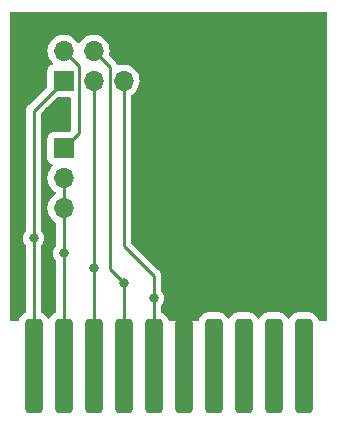
<source format=gtl>
G04 #@! TF.GenerationSoftware,KiCad,Pcbnew,6.0.7-f9a2dced07~116~ubuntu22.04.1*
G04 #@! TF.CreationDate,2022-08-26T07:23:39-05:00*
G04 #@! TF.ProjectId,CricutISPCartridge,43726963-7574-4495-9350-436172747269,rev?*
G04 #@! TF.SameCoordinates,Original*
G04 #@! TF.FileFunction,Copper,L1,Top*
G04 #@! TF.FilePolarity,Positive*
%FSLAX46Y46*%
G04 Gerber Fmt 4.6, Leading zero omitted, Abs format (unit mm)*
G04 Created by KiCad (PCBNEW 6.0.7-f9a2dced07~116~ubuntu22.04.1) date 2022-08-26 07:23:39*
%MOMM*%
%LPD*%
G01*
G04 APERTURE LIST*
G04 Aperture macros list*
%AMRoundRect*
0 Rectangle with rounded corners*
0 $1 Rounding radius*
0 $2 $3 $4 $5 $6 $7 $8 $9 X,Y pos of 4 corners*
0 Add a 4 corners polygon primitive as box body*
4,1,4,$2,$3,$4,$5,$6,$7,$8,$9,$2,$3,0*
0 Add four circle primitives for the rounded corners*
1,1,$1+$1,$2,$3*
1,1,$1+$1,$4,$5*
1,1,$1+$1,$6,$7*
1,1,$1+$1,$8,$9*
0 Add four rect primitives between the rounded corners*
20,1,$1+$1,$2,$3,$4,$5,0*
20,1,$1+$1,$4,$5,$6,$7,0*
20,1,$1+$1,$6,$7,$8,$9,0*
20,1,$1+$1,$8,$9,$2,$3,0*%
G04 Aperture macros list end*
G04 #@! TA.AperFunction,ComponentPad*
%ADD10R,1.700000X1.700000*%
G04 #@! TD*
G04 #@! TA.AperFunction,ComponentPad*
%ADD11O,1.700000X1.700000*%
G04 #@! TD*
G04 #@! TA.AperFunction,ConnectorPad*
%ADD12RoundRect,0.381000X-0.381000X-3.619000X0.381000X-3.619000X0.381000X3.619000X-0.381000X3.619000X0*%
G04 #@! TD*
G04 #@! TA.AperFunction,ViaPad*
%ADD13C,0.800000*%
G04 #@! TD*
G04 #@! TA.AperFunction,Conductor*
%ADD14C,0.250000*%
G04 #@! TD*
G04 APERTURE END LIST*
D10*
X62230000Y-97790000D03*
D11*
X62230000Y-95250000D03*
X64770000Y-97790000D03*
X64770000Y-95250000D03*
X67310000Y-97790000D03*
X67310000Y-95250000D03*
D10*
X62230000Y-103505000D03*
D11*
X62230000Y-106045000D03*
X62230000Y-108585000D03*
D12*
X59690000Y-121920000D03*
X62230000Y-121920000D03*
X64770000Y-121920000D03*
X67310000Y-121920000D03*
X69850000Y-121920000D03*
X72390000Y-121920000D03*
X74930000Y-121920000D03*
X77470000Y-121920000D03*
X80010000Y-121920000D03*
X82550000Y-121920000D03*
D13*
X59690000Y-111125000D03*
X62230000Y-112395000D03*
X64770000Y-113665000D03*
X67310000Y-114935000D03*
X69850000Y-116205000D03*
X83820000Y-116205000D03*
X83820000Y-92710000D03*
X58420000Y-116205000D03*
X60960000Y-100330000D03*
X58420000Y-92710000D03*
D14*
X62230000Y-97790000D02*
X59690000Y-100330000D01*
X59690000Y-100330000D02*
X59690000Y-111125000D01*
X59690000Y-121920000D02*
X59690000Y-111125000D01*
X62230000Y-112395000D02*
X62230000Y-108585000D01*
X62230000Y-121920000D02*
X62230000Y-112395000D01*
X62230000Y-108585000D02*
X62230000Y-106045000D01*
X64770000Y-121920000D02*
X64770000Y-113665000D01*
X64770000Y-113665000D02*
X64770000Y-97790000D01*
X66135000Y-113760000D02*
X66135000Y-96615000D01*
X67310000Y-121920000D02*
X67310000Y-114935000D01*
X66135000Y-96615000D02*
X64770000Y-95250000D01*
X67310000Y-114935000D02*
X66135000Y-113760000D01*
X69850000Y-121920000D02*
X69850000Y-116205000D01*
X67310000Y-111760000D02*
X67310000Y-97790000D01*
X69850000Y-114300000D02*
X67310000Y-111760000D01*
X69850000Y-116205000D02*
X69850000Y-114300000D01*
X62230000Y-95250000D02*
X63500000Y-96520000D01*
X63500000Y-102235000D02*
X62230000Y-103505000D01*
X63500000Y-96520000D02*
X63500000Y-102235000D01*
G04 #@! TA.AperFunction,Conductor*
G36*
X84523621Y-91968502D02*
G01*
X84570114Y-92022158D01*
X84581500Y-92074500D01*
X84581500Y-117984000D01*
X84561498Y-118052121D01*
X84507842Y-118098614D01*
X84455500Y-118110000D01*
X83897383Y-118110000D01*
X83829262Y-118089998D01*
X83782769Y-118036342D01*
X83775676Y-118016610D01*
X83767703Y-117986852D01*
X83767701Y-117986847D01*
X83765994Y-117980476D01*
X83681107Y-117813875D01*
X83563436Y-117668564D01*
X83418125Y-117550893D01*
X83251524Y-117466006D01*
X83245150Y-117464298D01*
X83076492Y-117419106D01*
X83076488Y-117419105D01*
X83070915Y-117417612D01*
X83059534Y-117416716D01*
X82995714Y-117411693D01*
X82995706Y-117411693D01*
X82993258Y-117411500D01*
X82106742Y-117411500D01*
X82104294Y-117411693D01*
X82104286Y-117411693D01*
X82040466Y-117416716D01*
X82029085Y-117417612D01*
X82023512Y-117419105D01*
X82023508Y-117419106D01*
X81854850Y-117464298D01*
X81848476Y-117466006D01*
X81681875Y-117550893D01*
X81536564Y-117668564D01*
X81418893Y-117813875D01*
X81415898Y-117819752D01*
X81415894Y-117819759D01*
X81392267Y-117866131D01*
X81343519Y-117917747D01*
X81274604Y-117934813D01*
X81207403Y-117911913D01*
X81167733Y-117866131D01*
X81144106Y-117819759D01*
X81144102Y-117819752D01*
X81141107Y-117813875D01*
X81023436Y-117668564D01*
X80878125Y-117550893D01*
X80711524Y-117466006D01*
X80705150Y-117464298D01*
X80536492Y-117419106D01*
X80536488Y-117419105D01*
X80530915Y-117417612D01*
X80519534Y-117416716D01*
X80455714Y-117411693D01*
X80455706Y-117411693D01*
X80453258Y-117411500D01*
X79566742Y-117411500D01*
X79564294Y-117411693D01*
X79564286Y-117411693D01*
X79500466Y-117416716D01*
X79489085Y-117417612D01*
X79483512Y-117419105D01*
X79483508Y-117419106D01*
X79314850Y-117464298D01*
X79308476Y-117466006D01*
X79141875Y-117550893D01*
X78996564Y-117668564D01*
X78878893Y-117813875D01*
X78875898Y-117819752D01*
X78875894Y-117819759D01*
X78852267Y-117866131D01*
X78803519Y-117917747D01*
X78734604Y-117934813D01*
X78667403Y-117911913D01*
X78627733Y-117866131D01*
X78604106Y-117819759D01*
X78604102Y-117819752D01*
X78601107Y-117813875D01*
X78483436Y-117668564D01*
X78338125Y-117550893D01*
X78171524Y-117466006D01*
X78165150Y-117464298D01*
X77996492Y-117419106D01*
X77996488Y-117419105D01*
X77990915Y-117417612D01*
X77979534Y-117416716D01*
X77915714Y-117411693D01*
X77915706Y-117411693D01*
X77913258Y-117411500D01*
X77026742Y-117411500D01*
X77024294Y-117411693D01*
X77024286Y-117411693D01*
X76960466Y-117416716D01*
X76949085Y-117417612D01*
X76943512Y-117419105D01*
X76943508Y-117419106D01*
X76774850Y-117464298D01*
X76768476Y-117466006D01*
X76601875Y-117550893D01*
X76456564Y-117668564D01*
X76338893Y-117813875D01*
X76335898Y-117819752D01*
X76335894Y-117819759D01*
X76312267Y-117866131D01*
X76263519Y-117917747D01*
X76194604Y-117934813D01*
X76127403Y-117911913D01*
X76087733Y-117866131D01*
X76064106Y-117819759D01*
X76064102Y-117819752D01*
X76061107Y-117813875D01*
X75943436Y-117668564D01*
X75798125Y-117550893D01*
X75631524Y-117466006D01*
X75625150Y-117464298D01*
X75456492Y-117419106D01*
X75456488Y-117419105D01*
X75450915Y-117417612D01*
X75439534Y-117416716D01*
X75375714Y-117411693D01*
X75375706Y-117411693D01*
X75373258Y-117411500D01*
X74486742Y-117411500D01*
X74484294Y-117411693D01*
X74484286Y-117411693D01*
X74420466Y-117416716D01*
X74409085Y-117417612D01*
X74403512Y-117419105D01*
X74403508Y-117419106D01*
X74234850Y-117464298D01*
X74228476Y-117466006D01*
X74061875Y-117550893D01*
X73916564Y-117668564D01*
X73798893Y-117813875D01*
X73714006Y-117980476D01*
X73712299Y-117986847D01*
X73712297Y-117986852D01*
X73704324Y-118016610D01*
X73667373Y-118077233D01*
X73603513Y-118108255D01*
X73582617Y-118110000D01*
X71197383Y-118110000D01*
X71129262Y-118089998D01*
X71082769Y-118036342D01*
X71075676Y-118016610D01*
X71067703Y-117986852D01*
X71067701Y-117986847D01*
X71065994Y-117980476D01*
X70981107Y-117813875D01*
X70863436Y-117668564D01*
X70718125Y-117550893D01*
X70712248Y-117547898D01*
X70712241Y-117547894D01*
X70552298Y-117466400D01*
X70500682Y-117417652D01*
X70483500Y-117354133D01*
X70483500Y-116907524D01*
X70503502Y-116839403D01*
X70515858Y-116823221D01*
X70589040Y-116741944D01*
X70684527Y-116576556D01*
X70743542Y-116394928D01*
X70763504Y-116205000D01*
X70743542Y-116015072D01*
X70684527Y-115833444D01*
X70589040Y-115668056D01*
X70515863Y-115586785D01*
X70485147Y-115522779D01*
X70483500Y-115502476D01*
X70483500Y-114378763D01*
X70484027Y-114367579D01*
X70485701Y-114360091D01*
X70483562Y-114292032D01*
X70483500Y-114288075D01*
X70483500Y-114260144D01*
X70482993Y-114256134D01*
X70482061Y-114244292D01*
X70480922Y-114208037D01*
X70480673Y-114200110D01*
X70475022Y-114180658D01*
X70471014Y-114161306D01*
X70469468Y-114149068D01*
X70469467Y-114149066D01*
X70468474Y-114141203D01*
X70452194Y-114100086D01*
X70448359Y-114088885D01*
X70436018Y-114046406D01*
X70431985Y-114039587D01*
X70431983Y-114039582D01*
X70425707Y-114028971D01*
X70417010Y-114011221D01*
X70409552Y-113992383D01*
X70383571Y-113956623D01*
X70377053Y-113946701D01*
X70358578Y-113915460D01*
X70358574Y-113915455D01*
X70354542Y-113908637D01*
X70340218Y-113894313D01*
X70327376Y-113879278D01*
X70315472Y-113862893D01*
X70281406Y-113834711D01*
X70272627Y-113826722D01*
X67980405Y-111534500D01*
X67946379Y-111472188D01*
X67943500Y-111445405D01*
X67943500Y-99070427D01*
X67963502Y-99002306D01*
X68004618Y-98962550D01*
X68007994Y-98960896D01*
X68189860Y-98831173D01*
X68348096Y-98673489D01*
X68478453Y-98492077D01*
X68577430Y-98291811D01*
X68642370Y-98078069D01*
X68671529Y-97856590D01*
X68673156Y-97790000D01*
X68654852Y-97567361D01*
X68600431Y-97350702D01*
X68511354Y-97145840D01*
X68390014Y-96958277D01*
X68239670Y-96793051D01*
X68235619Y-96789852D01*
X68235615Y-96789848D01*
X68068414Y-96657800D01*
X68068410Y-96657798D01*
X68064359Y-96654598D01*
X67868789Y-96546638D01*
X67863920Y-96544914D01*
X67863916Y-96544912D01*
X67663087Y-96473795D01*
X67663083Y-96473794D01*
X67658212Y-96472069D01*
X67653119Y-96471162D01*
X67653116Y-96471161D01*
X67443373Y-96433800D01*
X67443367Y-96433799D01*
X67438284Y-96432894D01*
X67364452Y-96431992D01*
X67220081Y-96430228D01*
X67220079Y-96430228D01*
X67214911Y-96430165D01*
X66994091Y-96463955D01*
X66947027Y-96479338D01*
X66896425Y-96495877D01*
X66825461Y-96498028D01*
X66764599Y-96461472D01*
X66740124Y-96422486D01*
X66737196Y-96415089D01*
X66733355Y-96403868D01*
X66723230Y-96369017D01*
X66723230Y-96369016D01*
X66721019Y-96361407D01*
X66710705Y-96343966D01*
X66702008Y-96326213D01*
X66697472Y-96314758D01*
X66694552Y-96307383D01*
X66668563Y-96271612D01*
X66662047Y-96261692D01*
X66643578Y-96230463D01*
X66639542Y-96223638D01*
X66625221Y-96209317D01*
X66612380Y-96194283D01*
X66605131Y-96184306D01*
X66600472Y-96177893D01*
X66594368Y-96172843D01*
X66594363Y-96172838D01*
X66566402Y-96149707D01*
X66557621Y-96141717D01*
X66121217Y-95705312D01*
X66087192Y-95643000D01*
X66089755Y-95579590D01*
X66102370Y-95538069D01*
X66131529Y-95316590D01*
X66133156Y-95250000D01*
X66114852Y-95027361D01*
X66060431Y-94810702D01*
X65971354Y-94605840D01*
X65850014Y-94418277D01*
X65699670Y-94253051D01*
X65695619Y-94249852D01*
X65695615Y-94249848D01*
X65528414Y-94117800D01*
X65528410Y-94117798D01*
X65524359Y-94114598D01*
X65328789Y-94006638D01*
X65323920Y-94004914D01*
X65323916Y-94004912D01*
X65123087Y-93933795D01*
X65123083Y-93933794D01*
X65118212Y-93932069D01*
X65113119Y-93931162D01*
X65113116Y-93931161D01*
X64903373Y-93893800D01*
X64903367Y-93893799D01*
X64898284Y-93892894D01*
X64824452Y-93891992D01*
X64680081Y-93890228D01*
X64680079Y-93890228D01*
X64674911Y-93890165D01*
X64454091Y-93923955D01*
X64241756Y-93993357D01*
X64043607Y-94096507D01*
X64039474Y-94099610D01*
X64039471Y-94099612D01*
X64015247Y-94117800D01*
X63864965Y-94230635D01*
X63710629Y-94392138D01*
X63603201Y-94549621D01*
X63548293Y-94594621D01*
X63477768Y-94602792D01*
X63414021Y-94571538D01*
X63393324Y-94547054D01*
X63312822Y-94422617D01*
X63312820Y-94422614D01*
X63310014Y-94418277D01*
X63159670Y-94253051D01*
X63155619Y-94249852D01*
X63155615Y-94249848D01*
X62988414Y-94117800D01*
X62988410Y-94117798D01*
X62984359Y-94114598D01*
X62788789Y-94006638D01*
X62783920Y-94004914D01*
X62783916Y-94004912D01*
X62583087Y-93933795D01*
X62583083Y-93933794D01*
X62578212Y-93932069D01*
X62573119Y-93931162D01*
X62573116Y-93931161D01*
X62363373Y-93893800D01*
X62363367Y-93893799D01*
X62358284Y-93892894D01*
X62284452Y-93891992D01*
X62140081Y-93890228D01*
X62140079Y-93890228D01*
X62134911Y-93890165D01*
X61914091Y-93923955D01*
X61701756Y-93993357D01*
X61503607Y-94096507D01*
X61499474Y-94099610D01*
X61499471Y-94099612D01*
X61475247Y-94117800D01*
X61324965Y-94230635D01*
X61170629Y-94392138D01*
X61044743Y-94576680D01*
X60950688Y-94779305D01*
X60890989Y-94994570D01*
X60867251Y-95216695D01*
X60867548Y-95221848D01*
X60867548Y-95221851D01*
X60873011Y-95316590D01*
X60880110Y-95439715D01*
X60881247Y-95444761D01*
X60881248Y-95444767D01*
X60901119Y-95532939D01*
X60929222Y-95657639D01*
X61013266Y-95864616D01*
X61129987Y-96055088D01*
X61276250Y-96223938D01*
X61280230Y-96227242D01*
X61284981Y-96231187D01*
X61324616Y-96290090D01*
X61326113Y-96361071D01*
X61288997Y-96421593D01*
X61248725Y-96446112D01*
X61184364Y-96470240D01*
X61133295Y-96489385D01*
X61016739Y-96576739D01*
X60929385Y-96693295D01*
X60878255Y-96829684D01*
X60871500Y-96891866D01*
X60871500Y-98200405D01*
X60851498Y-98268526D01*
X60834595Y-98289500D01*
X59297747Y-99826348D01*
X59289461Y-99833888D01*
X59282982Y-99838000D01*
X59277557Y-99843777D01*
X59236357Y-99887651D01*
X59233602Y-99890493D01*
X59213865Y-99910230D01*
X59211385Y-99913427D01*
X59203682Y-99922447D01*
X59173414Y-99954679D01*
X59169595Y-99961625D01*
X59169593Y-99961628D01*
X59163652Y-99972434D01*
X59152801Y-99988953D01*
X59140386Y-100004959D01*
X59137241Y-100012228D01*
X59137238Y-100012232D01*
X59122826Y-100045537D01*
X59117609Y-100056187D01*
X59096305Y-100094940D01*
X59094334Y-100102615D01*
X59094334Y-100102616D01*
X59091267Y-100114562D01*
X59084863Y-100133266D01*
X59076819Y-100151855D01*
X59075580Y-100159678D01*
X59075577Y-100159688D01*
X59069901Y-100195524D01*
X59067495Y-100207144D01*
X59056500Y-100249970D01*
X59056500Y-100270224D01*
X59054949Y-100289934D01*
X59051780Y-100309943D01*
X59052526Y-100317835D01*
X59055941Y-100353961D01*
X59056500Y-100365819D01*
X59056500Y-110422476D01*
X59036498Y-110490597D01*
X59024142Y-110506779D01*
X58950960Y-110588056D01*
X58855473Y-110753444D01*
X58796458Y-110935072D01*
X58776496Y-111125000D01*
X58796458Y-111314928D01*
X58855473Y-111496556D01*
X58950960Y-111661944D01*
X59024137Y-111743215D01*
X59054853Y-111807221D01*
X59056500Y-111827524D01*
X59056500Y-117354133D01*
X59036498Y-117422254D01*
X58987702Y-117466400D01*
X58827759Y-117547894D01*
X58827752Y-117547898D01*
X58821875Y-117550893D01*
X58676564Y-117668564D01*
X58558893Y-117813875D01*
X58474006Y-117980476D01*
X58472299Y-117986847D01*
X58472297Y-117986852D01*
X58464324Y-118016610D01*
X58427373Y-118077233D01*
X58363513Y-118108255D01*
X58342617Y-118110000D01*
X57784500Y-118110000D01*
X57716379Y-118089998D01*
X57669886Y-118036342D01*
X57658500Y-117984000D01*
X57658500Y-92074500D01*
X57678502Y-92006379D01*
X57732158Y-91959886D01*
X57784500Y-91948500D01*
X84455500Y-91948500D01*
X84523621Y-91968502D01*
G37*
G04 #@! TD.AperFunction*
G04 #@! TA.AperFunction,Conductor*
G36*
X62808621Y-99168502D02*
G01*
X62855114Y-99222158D01*
X62866500Y-99274500D01*
X62866500Y-101920405D01*
X62846498Y-101988526D01*
X62829595Y-102009500D01*
X62729500Y-102109595D01*
X62667188Y-102143621D01*
X62640405Y-102146500D01*
X61331866Y-102146500D01*
X61269684Y-102153255D01*
X61133295Y-102204385D01*
X61016739Y-102291739D01*
X60929385Y-102408295D01*
X60878255Y-102544684D01*
X60871500Y-102606866D01*
X60871500Y-104403134D01*
X60878255Y-104465316D01*
X60929385Y-104601705D01*
X61016739Y-104718261D01*
X61133295Y-104805615D01*
X61141704Y-104808767D01*
X61141705Y-104808768D01*
X61250451Y-104849535D01*
X61307216Y-104892176D01*
X61331916Y-104958738D01*
X61316709Y-105028087D01*
X61297316Y-105054568D01*
X61170629Y-105187138D01*
X61044743Y-105371680D01*
X60950688Y-105574305D01*
X60890989Y-105789570D01*
X60867251Y-106011695D01*
X60867548Y-106016848D01*
X60867548Y-106016851D01*
X60873011Y-106111590D01*
X60880110Y-106234715D01*
X60881247Y-106239761D01*
X60881248Y-106239767D01*
X60901119Y-106327939D01*
X60929222Y-106452639D01*
X61013266Y-106659616D01*
X61129987Y-106850088D01*
X61276250Y-107018938D01*
X61448126Y-107161632D01*
X61452593Y-107164242D01*
X61521445Y-107204476D01*
X61570169Y-107256114D01*
X61583240Y-107325897D01*
X61556509Y-107391669D01*
X61516055Y-107425027D01*
X61503607Y-107431507D01*
X61499474Y-107434610D01*
X61499471Y-107434612D01*
X61475247Y-107452800D01*
X61324965Y-107565635D01*
X61170629Y-107727138D01*
X61044743Y-107911680D01*
X60950688Y-108114305D01*
X60890989Y-108329570D01*
X60867251Y-108551695D01*
X60867548Y-108556848D01*
X60867548Y-108556851D01*
X60873011Y-108651590D01*
X60880110Y-108774715D01*
X60881247Y-108779761D01*
X60881248Y-108779767D01*
X60901119Y-108867939D01*
X60929222Y-108992639D01*
X61013266Y-109199616D01*
X61129987Y-109390088D01*
X61276250Y-109558938D01*
X61448126Y-109701632D01*
X61452593Y-109704242D01*
X61534070Y-109751853D01*
X61582794Y-109803491D01*
X61596500Y-109860641D01*
X61596500Y-111692476D01*
X61576498Y-111760597D01*
X61564142Y-111776779D01*
X61490960Y-111858056D01*
X61395473Y-112023444D01*
X61336458Y-112205072D01*
X61335768Y-112211633D01*
X61335768Y-112211635D01*
X61323380Y-112329499D01*
X61316496Y-112395000D01*
X61336458Y-112584928D01*
X61395473Y-112766556D01*
X61490960Y-112931944D01*
X61564137Y-113013215D01*
X61594853Y-113077221D01*
X61596500Y-113097524D01*
X61596500Y-117354133D01*
X61576498Y-117422254D01*
X61527702Y-117466400D01*
X61367759Y-117547894D01*
X61367752Y-117547898D01*
X61361875Y-117550893D01*
X61216564Y-117668564D01*
X61098893Y-117813875D01*
X61095898Y-117819752D01*
X61095894Y-117819759D01*
X61072267Y-117866131D01*
X61023519Y-117917747D01*
X60954604Y-117934813D01*
X60887403Y-117911913D01*
X60847733Y-117866131D01*
X60824106Y-117819759D01*
X60824102Y-117819752D01*
X60821107Y-117813875D01*
X60703436Y-117668564D01*
X60558125Y-117550893D01*
X60552248Y-117547898D01*
X60552241Y-117547894D01*
X60392298Y-117466400D01*
X60340682Y-117417652D01*
X60323500Y-117354133D01*
X60323500Y-111827524D01*
X60343502Y-111759403D01*
X60355858Y-111743221D01*
X60429040Y-111661944D01*
X60524527Y-111496556D01*
X60583542Y-111314928D01*
X60603504Y-111125000D01*
X60583542Y-110935072D01*
X60524527Y-110753444D01*
X60429040Y-110588056D01*
X60355863Y-110506785D01*
X60325147Y-110442779D01*
X60323500Y-110422476D01*
X60323500Y-100644594D01*
X60343502Y-100576473D01*
X60360405Y-100555499D01*
X61730499Y-99185405D01*
X61792811Y-99151379D01*
X61819594Y-99148500D01*
X62740500Y-99148500D01*
X62808621Y-99168502D01*
G37*
G04 #@! TD.AperFunction*
M02*

</source>
